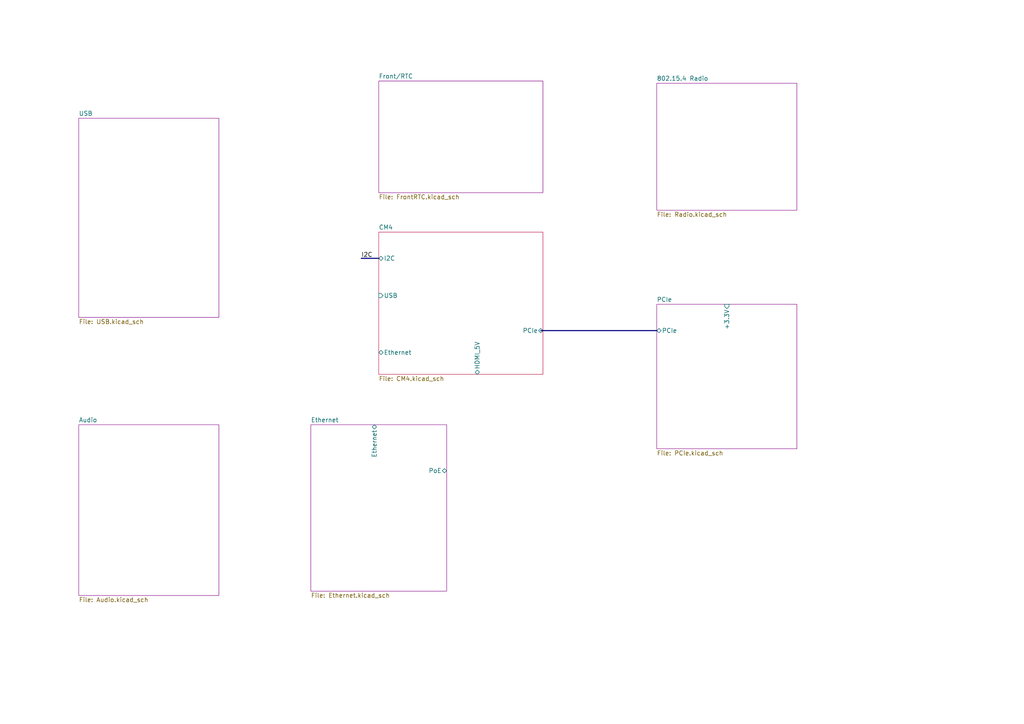
<source format=kicad_sch>
(kicad_sch (version 20201015) (generator eeschema)
  (paper "A4")
  (title_block (title "Light Blue") (date "2021-01-12") (rev "0.1") (company "Nabu Casa") (comment 2 "www.nabucasa.com"))
  (lib_symbols)
  (bus (pts (xy 104.775 74.93) (xy 109.855 74.93)))
  (bus (pts (xy 156.845 95.885) (xy 190.5 95.885)))
  (label "I2C" (at 104.775 74.93 0))
  (sheet (at 190.5 24.13) (size 40.64 36.83) (stroke (width 0.001) (color 132 0 132 1)) (fill (color 255 255 255 0.0000))
    (property "Sheet name" "802.15.4 Radio" (at 190.5 23.4941 0) (effects (justify left bottom)))
    (property "Sheet file" "Radio.kicad_sch" (at 190.5 61.4689 0) (effects (justify left top)))
  )
  (sheet (at 22.86 123.19) (size 40.64 49.53) (stroke (width 0.001) (color 132 0 132 1)) (fill (color 255 255 255 0.0000))
    (property "Sheet name" "Audio" (at 22.86 122.5541 0) (effects (justify left bottom)))
    (property "Sheet file" "Audio.kicad_sch" (at 22.86 173.2289 0) (effects (justify left top)))
  )
  (sheet (at 109.855 67.31) (size 47.625 41.275) (stroke (width 0.001) (color 187 17 66 1)) (fill (color 255 255 255 0.0000))
    (property "Sheet name" "CM4" (at 109.855 66.6741 0) (effects (justify left bottom)))
    (property "Sheet file" "CM4.kicad_sch" (at 109.855 109.0939 0) (effects (justify left top)))
    (pin "PCIe" bidirectional (at 157.48 95.885 0))
    (pin "USB" input (at 109.855 85.725 180))
    (pin "Ethernet" bidirectional (at 109.855 102.235 180))
    (pin "HDMI_5V" bidirectional (at 138.43 108.585 270))
    (pin "I2C" bidirectional (at 109.855 74.93 180))
  )
  (sheet (at 90.17 123.19) (size 39.37 48.26) (stroke (width 0.001) (color 132 0 132 1)) (fill (color 255 255 255 0.0000))
    (property "Sheet name" "Ethernet" (at 90.17 122.5541 0) (effects (justify left bottom)))
    (property "Sheet file" "Ethernet.kicad_sch" (at 90.17 171.9589 0) (effects (justify left top)))
    (pin "Ethernet" bidirectional (at 108.585 123.19 90))
    (pin "PoE" bidirectional (at 129.54 136.525 0))
  )
  (sheet (at 109.855 23.495) (size 47.625 32.385) (stroke (width 0.001) (color 132 0 132 1)) (fill (color 255 255 255 0.0000))
    (property "Sheet name" "Front/RTC" (at 109.855 22.8591 0) (effects (justify left bottom)))
    (property "Sheet file" "FrontRTC.kicad_sch" (at 109.855 56.3889 0) (effects (justify left top)))
  )
  (sheet (at 190.5 88.265) (size 40.64 41.91) (stroke (width 0.001) (color 132 0 132 1)) (fill (color 255 255 255 0.0000))
    (property "Sheet name" "PCIe" (at 190.5 87.6291 0) (effects (justify left bottom)))
    (property "Sheet file" "PCIe.kicad_sch" (at 190.5 130.6839 0) (effects (justify left top)))
    (pin "PCIe" bidirectional (at 190.5 95.885 180))
    (pin "+3.3V" input (at 210.82 88.265 90))
  )
  (sheet (at 22.86 34.29) (size 40.64 57.785) (stroke (width 0.001) (color 132 0 132 1)) (fill (color 255 255 255 0.0000))
    (property "Sheet name" "USB" (at 22.86 33.6541 0) (effects (justify left bottom)))
    (property "Sheet file" "USB.kicad_sch" (at 22.86 92.5839 0) (effects (justify left top)))
  )
)
</source>
